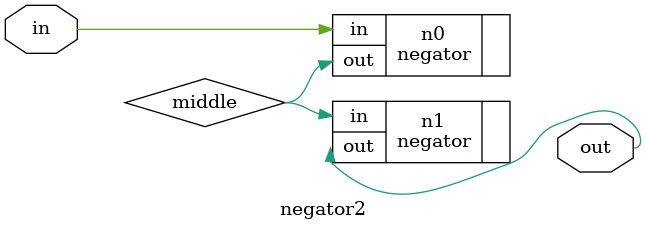
<source format=v>
/*
Example of how  to link two modules up.
Links two negators in series.
*/
`include "negator.v"
module negator2(
    input wire in,
    output wire out
);
    /* Fully explicit way. */
    wire middle;
    negator n0 (
        .in(in),
        .out(middle)
    );
    negator n1 (
        .in(middle),
        .out(out)
    );

    /*
    Identical but succint:

    - middle is automatically declared as a wire
    - wires are linked by position instead of name
    */
    /*
    negator n0 (
        in,
        middle
    );
    negator n1 (
        middle,
        out
    );
    */
endmodule

</source>
